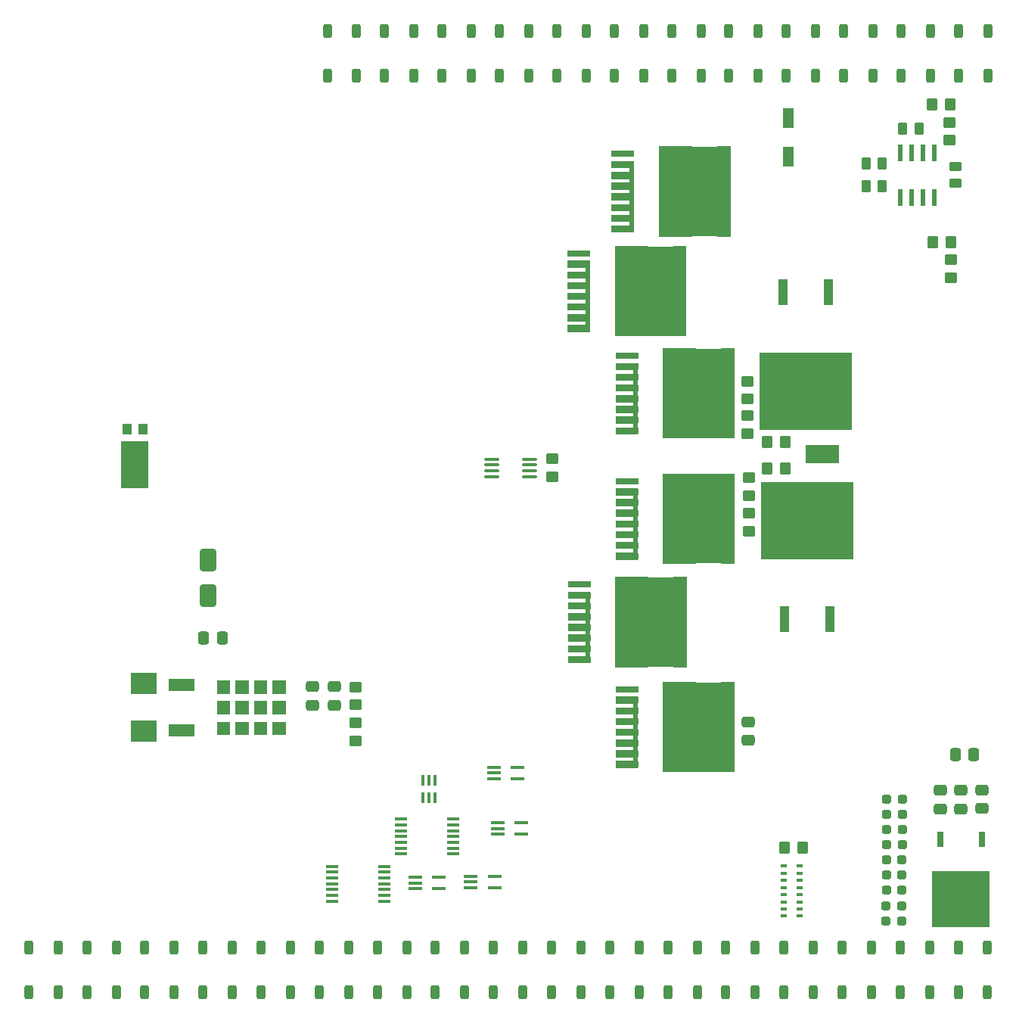
<source format=gbr>
%TF.GenerationSoftware,KiCad,Pcbnew,8.0.3*%
%TF.CreationDate,2025-06-05T22:32:43-07:00*%
%TF.ProjectId,Power_ManagementV2,506f7765-725f-44d6-916e-6167656d656e,rev?*%
%TF.SameCoordinates,Original*%
%TF.FileFunction,Paste,Top*%
%TF.FilePolarity,Positive*%
%FSLAX46Y46*%
G04 Gerber Fmt 4.6, Leading zero omitted, Abs format (unit mm)*
G04 Created by KiCad (PCBNEW 8.0.3) date 2025-06-05 22:32:43*
%MOMM*%
%LPD*%
G01*
G04 APERTURE LIST*
G04 Aperture macros list*
%AMRoundRect*
0 Rectangle with rounded corners*
0 $1 Rounding radius*
0 $2 $3 $4 $5 $6 $7 $8 $9 X,Y pos of 4 corners*
0 Add a 4 corners polygon primitive as box body*
4,1,4,$2,$3,$4,$5,$6,$7,$8,$9,$2,$3,0*
0 Add four circle primitives for the rounded corners*
1,1,$1+$1,$2,$3*
1,1,$1+$1,$4,$5*
1,1,$1+$1,$6,$7*
1,1,$1+$1,$8,$9*
0 Add four rect primitives between the rounded corners*
20,1,$1+$1,$2,$3,$4,$5,0*
20,1,$1+$1,$4,$5,$6,$7,0*
20,1,$1+$1,$6,$7,$8,$9,0*
20,1,$1+$1,$8,$9,$2,$3,0*%
G04 Aperture macros list end*
%ADD10C,0.000000*%
%ADD11C,0.010000*%
%ADD12RoundRect,0.250000X-0.250000X0.550000X-0.250000X-0.550000X0.250000X-0.550000X0.250000X0.550000X0*%
%ADD13RoundRect,0.100000X-0.650000X-0.100000X0.650000X-0.100000X0.650000X0.100000X-0.650000X0.100000X0*%
%ADD14R,0.990600X1.143000*%
%ADD15R,3.098800X5.207000*%
%ADD16RoundRect,0.250000X-0.262500X-0.450000X0.262500X-0.450000X0.262500X0.450000X-0.262500X0.450000X0*%
%ADD17RoundRect,0.250000X0.250000X-0.550000X0.250000X0.550000X-0.250000X0.550000X-0.250000X-0.550000X0*%
%ADD18RoundRect,0.237500X-0.287500X-0.237500X0.287500X-0.237500X0.287500X0.237500X-0.287500X0.237500X0*%
%ADD19RoundRect,0.250000X0.475000X-0.337500X0.475000X0.337500X-0.475000X0.337500X-0.475000X-0.337500X0*%
%ADD20RoundRect,0.250000X0.350000X0.450000X-0.350000X0.450000X-0.350000X-0.450000X0.350000X-0.450000X0*%
%ADD21RoundRect,0.250000X-0.450000X0.350000X-0.450000X-0.350000X0.450000X-0.350000X0.450000X0.350000X0*%
%ADD22RoundRect,0.250000X-0.337500X-0.475000X0.337500X-0.475000X0.337500X0.475000X-0.337500X0.475000X0*%
%ADD23RoundRect,0.250000X0.450000X-0.350000X0.450000X0.350000X-0.450000X0.350000X-0.450000X-0.350000X0*%
%ADD24R,2.500000X0.800000*%
%ADD25R,7.999995X10.100005*%
%ADD26RoundRect,0.250000X-0.350000X-0.450000X0.350000X-0.450000X0.350000X0.450000X-0.350000X0.450000X0*%
%ADD27R,1.168400X2.209800*%
%ADD28RoundRect,0.250000X-0.475000X0.337500X-0.475000X-0.337500X0.475000X-0.337500X0.475000X0.337500X0*%
%ADD29RoundRect,0.250000X0.262500X0.450000X-0.262500X0.450000X-0.262500X-0.450000X0.262500X-0.450000X0*%
%ADD30R,0.711200X1.701800*%
%ADD31R,6.553200X6.223000*%
%ADD32R,0.990600X2.997200*%
%ADD33R,10.337800X8.712200*%
%ADD34RoundRect,0.100000X-0.712500X-0.100000X0.712500X-0.100000X0.712500X0.100000X-0.712500X0.100000X0*%
%ADD35R,1.460500X0.355600*%
%ADD36R,0.355600X1.168400*%
%ADD37R,3.800000X2.000000*%
%ADD38R,1.473200X0.355600*%
%ADD39R,0.711200X0.457200*%
%ADD40R,2.990000X1.340000*%
%ADD41R,0.533400X1.981200*%
%ADD42RoundRect,0.250000X0.650000X-1.000000X0.650000X1.000000X-0.650000X1.000000X-0.650000X-1.000000X0*%
%ADD43RoundRect,0.250000X-0.450000X0.262500X-0.450000X-0.262500X0.450000X-0.262500X0.450000X0.262500X0*%
%ADD44R,3.000000X2.475000*%
G04 APERTURE END LIST*
D10*
%TO.C,Q3*%
G36*
X230490703Y-88526397D02*
G01*
X233290698Y-88526397D01*
X233290702Y-87676398D01*
X234790699Y-87676398D01*
X234790699Y-97776404D01*
X233290702Y-97776404D01*
X233290698Y-96926405D01*
X230490703Y-96926405D01*
X230490697Y-97776404D01*
X226790704Y-97776404D01*
X226790704Y-87676398D01*
X230490697Y-87676398D01*
X230490703Y-88526397D01*
G37*
G36*
X223990701Y-97326400D02*
G01*
X221490701Y-97326400D01*
X221490701Y-96526400D01*
X223490700Y-96526402D01*
X223490700Y-96126402D01*
X221490701Y-96126400D01*
X221490701Y-95326402D01*
X223490700Y-95326402D01*
X223490700Y-94926402D01*
X221490701Y-94926402D01*
X221490701Y-94126403D01*
X223490700Y-94126402D01*
X223490700Y-93726402D01*
X221490701Y-93726402D01*
X221490701Y-92926402D01*
X223490700Y-92926402D01*
X223490700Y-92526402D01*
X221490701Y-92526402D01*
X221490701Y-91726402D01*
X223490700Y-91726402D01*
X223490700Y-91326402D01*
X221490701Y-91326402D01*
X221490701Y-90526402D01*
X223490700Y-90526402D01*
X223490700Y-90126402D01*
X221490701Y-90126402D01*
X221490701Y-89326402D01*
X223990701Y-89326402D01*
X223990701Y-97326400D01*
G37*
%TO.C,Q4*%
G36*
X230490703Y-102539795D02*
G01*
X233290698Y-102539795D01*
X233290702Y-101689796D01*
X234790699Y-101689796D01*
X234790699Y-111789802D01*
X233290702Y-111789802D01*
X233290698Y-110939803D01*
X230490703Y-110939803D01*
X230490697Y-111789802D01*
X226790704Y-111789802D01*
X226790704Y-101689796D01*
X230490697Y-101689796D01*
X230490703Y-102539795D01*
G37*
G36*
X223990701Y-111339798D02*
G01*
X221490701Y-111339798D01*
X221490701Y-110539798D01*
X223490700Y-110539800D01*
X223490700Y-110139800D01*
X221490701Y-110139798D01*
X221490701Y-109339800D01*
X223490700Y-109339800D01*
X223490700Y-108939800D01*
X221490701Y-108939800D01*
X221490701Y-108139801D01*
X223490700Y-108139800D01*
X223490700Y-107739800D01*
X221490701Y-107739800D01*
X221490701Y-106939800D01*
X223490700Y-106939800D01*
X223490700Y-106539800D01*
X221490701Y-106539800D01*
X221490701Y-105739800D01*
X223490700Y-105739800D01*
X223490700Y-105339800D01*
X221490701Y-105339800D01*
X221490701Y-104539800D01*
X223490700Y-104539800D01*
X223490700Y-104139800D01*
X221490701Y-104139800D01*
X221490701Y-103339800D01*
X223990701Y-103339800D01*
X223990701Y-111339798D01*
G37*
%TO.C,Q1*%
G36*
X230033503Y-65954796D02*
G01*
X232833498Y-65954796D01*
X232833502Y-65104797D01*
X234333499Y-65104797D01*
X234333499Y-75204803D01*
X232833502Y-75204803D01*
X232833498Y-74354804D01*
X230033503Y-74354804D01*
X230033497Y-75204803D01*
X226333504Y-75204803D01*
X226333504Y-65104797D01*
X230033497Y-65104797D01*
X230033503Y-65954796D01*
G37*
G36*
X223533501Y-74754799D02*
G01*
X221033501Y-74754799D01*
X221033501Y-73954799D01*
X223033500Y-73954801D01*
X223033500Y-73554801D01*
X221033501Y-73554799D01*
X221033501Y-72754801D01*
X223033500Y-72754801D01*
X223033500Y-72354801D01*
X221033501Y-72354801D01*
X221033501Y-71554802D01*
X223033500Y-71554801D01*
X223033500Y-71154801D01*
X221033501Y-71154801D01*
X221033501Y-70354801D01*
X223033500Y-70354801D01*
X223033500Y-69954801D01*
X221033501Y-69954801D01*
X221033501Y-69154801D01*
X223033500Y-69154801D01*
X223033500Y-68754801D01*
X221033501Y-68754801D01*
X221033501Y-67954801D01*
X223033500Y-67954801D01*
X223033500Y-67554801D01*
X221033501Y-67554801D01*
X221033501Y-66754801D01*
X223533501Y-66754801D01*
X223533501Y-74754799D01*
G37*
%TO.C,Q2*%
G36*
X225105903Y-77079996D02*
G01*
X227905898Y-77079996D01*
X227905902Y-76229997D01*
X229405899Y-76229997D01*
X229405899Y-86330003D01*
X227905902Y-86330003D01*
X227905898Y-85480004D01*
X225105903Y-85480004D01*
X225105897Y-86330003D01*
X221405904Y-86330003D01*
X221405904Y-76229997D01*
X225105897Y-76229997D01*
X225105903Y-77079996D01*
G37*
G36*
X218605901Y-85879999D02*
G01*
X216105901Y-85879999D01*
X216105901Y-85079999D01*
X218105900Y-85080001D01*
X218105900Y-84680001D01*
X216105901Y-84679999D01*
X216105901Y-83880001D01*
X218105900Y-83880001D01*
X218105900Y-83480001D01*
X216105901Y-83480001D01*
X216105901Y-82680002D01*
X218105900Y-82680001D01*
X218105900Y-82280001D01*
X216105901Y-82280001D01*
X216105901Y-81480001D01*
X218105900Y-81480001D01*
X218105900Y-81080001D01*
X216105901Y-81080001D01*
X216105901Y-80280001D01*
X218105900Y-80280001D01*
X218105900Y-79880001D01*
X216105901Y-79880001D01*
X216105901Y-79080001D01*
X218105900Y-79080001D01*
X218105900Y-78680001D01*
X216105901Y-78680001D01*
X216105901Y-77880001D01*
X218605901Y-77880001D01*
X218605901Y-85879999D01*
G37*
%TO.C,Q5*%
G36*
X225148602Y-114115995D02*
G01*
X227948597Y-114115995D01*
X227948601Y-113265996D01*
X229448598Y-113265996D01*
X229448598Y-123366002D01*
X227948601Y-123366002D01*
X227948597Y-122516003D01*
X225148602Y-122516003D01*
X225148596Y-123366002D01*
X221448603Y-123366002D01*
X221448603Y-113265996D01*
X225148596Y-113265996D01*
X225148602Y-114115995D01*
G37*
G36*
X218648600Y-122915998D02*
G01*
X216148600Y-122915998D01*
X216148600Y-122115998D01*
X218148599Y-122116000D01*
X218148599Y-121716000D01*
X216148600Y-121715998D01*
X216148600Y-120916000D01*
X218148599Y-120916000D01*
X218148599Y-120516000D01*
X216148600Y-120516000D01*
X216148600Y-119716001D01*
X218148599Y-119716000D01*
X218148599Y-119316000D01*
X216148600Y-119316000D01*
X216148600Y-118516000D01*
X218148599Y-118516000D01*
X218148599Y-118116000D01*
X216148600Y-118116000D01*
X216148600Y-117316000D01*
X218148599Y-117316000D01*
X218148599Y-116916000D01*
X216148600Y-116916000D01*
X216148600Y-116116000D01*
X218148599Y-116116000D01*
X218148599Y-115716000D01*
X216148600Y-115716000D01*
X216148600Y-114916000D01*
X218648600Y-114916000D01*
X218648600Y-122915998D01*
G37*
%TO.C,Q6*%
G36*
X230490703Y-125850795D02*
G01*
X233290698Y-125850795D01*
X233290702Y-125000796D01*
X234790699Y-125000796D01*
X234790699Y-135100802D01*
X233290702Y-135100802D01*
X233290698Y-134250803D01*
X230490703Y-134250803D01*
X230490697Y-135100802D01*
X226790704Y-135100802D01*
X226790704Y-125000796D01*
X230490697Y-125000796D01*
X230490703Y-125850795D01*
G37*
G36*
X223990701Y-134650798D02*
G01*
X221490701Y-134650798D01*
X221490701Y-133850798D01*
X223490700Y-133850800D01*
X223490700Y-133450800D01*
X221490701Y-133450798D01*
X221490701Y-132650800D01*
X223490700Y-132650800D01*
X223490700Y-132250800D01*
X221490701Y-132250800D01*
X221490701Y-131450801D01*
X223490700Y-131450800D01*
X223490700Y-131050800D01*
X221490701Y-131050800D01*
X221490701Y-130250800D01*
X223490700Y-130250800D01*
X223490700Y-129850800D01*
X221490701Y-129850800D01*
X221490701Y-129050800D01*
X223490700Y-129050800D01*
X223490700Y-128650800D01*
X221490701Y-128650800D01*
X221490701Y-127850800D01*
X223490700Y-127850800D01*
X223490700Y-127450800D01*
X221490701Y-127450800D01*
X221490701Y-126650800D01*
X223990701Y-126650800D01*
X223990701Y-134650798D01*
G37*
D11*
%TO.C,R14*%
X178252500Y-126240000D02*
X176872500Y-126240000D01*
X176872500Y-124860000D01*
X178252500Y-124860000D01*
X178252500Y-126240000D01*
G36*
X178252500Y-126240000D02*
G01*
X176872500Y-126240000D01*
X176872500Y-124860000D01*
X178252500Y-124860000D01*
X178252500Y-126240000D01*
G37*
X178252500Y-128540000D02*
X176872500Y-128540000D01*
X176872500Y-127160000D01*
X178252500Y-127160000D01*
X178252500Y-128540000D01*
G36*
X178252500Y-128540000D02*
G01*
X176872500Y-128540000D01*
X176872500Y-127160000D01*
X178252500Y-127160000D01*
X178252500Y-128540000D01*
G37*
X178252500Y-130840000D02*
X176872500Y-130840000D01*
X176872500Y-129460000D01*
X178252500Y-129460000D01*
X178252500Y-130840000D01*
G36*
X178252500Y-130840000D02*
G01*
X176872500Y-130840000D01*
X176872500Y-129460000D01*
X178252500Y-129460000D01*
X178252500Y-130840000D01*
G37*
X180322500Y-126240000D02*
X178942500Y-126240000D01*
X178942500Y-124860000D01*
X180322500Y-124860000D01*
X180322500Y-126240000D01*
G36*
X180322500Y-126240000D02*
G01*
X178942500Y-126240000D01*
X178942500Y-124860000D01*
X180322500Y-124860000D01*
X180322500Y-126240000D01*
G37*
X180322500Y-128540000D02*
X178942500Y-128540000D01*
X178942500Y-127160000D01*
X180322500Y-127160000D01*
X180322500Y-128540000D01*
G36*
X180322500Y-128540000D02*
G01*
X178942500Y-128540000D01*
X178942500Y-127160000D01*
X180322500Y-127160000D01*
X180322500Y-128540000D01*
G37*
X180322500Y-130840000D02*
X178942500Y-130840000D01*
X178942500Y-129460000D01*
X180322500Y-129460000D01*
X180322500Y-130840000D01*
G36*
X180322500Y-130840000D02*
G01*
X178942500Y-130840000D01*
X178942500Y-129460000D01*
X180322500Y-129460000D01*
X180322500Y-130840000D01*
G37*
X182392500Y-126240000D02*
X181012500Y-126240000D01*
X181012500Y-124860000D01*
X182392500Y-124860000D01*
X182392500Y-126240000D01*
G36*
X182392500Y-126240000D02*
G01*
X181012500Y-126240000D01*
X181012500Y-124860000D01*
X182392500Y-124860000D01*
X182392500Y-126240000D01*
G37*
X182392500Y-128540000D02*
X181012500Y-128540000D01*
X181012500Y-127160000D01*
X182392500Y-127160000D01*
X182392500Y-128540000D01*
G36*
X182392500Y-128540000D02*
G01*
X181012500Y-128540000D01*
X181012500Y-127160000D01*
X182392500Y-127160000D01*
X182392500Y-128540000D01*
G37*
X182392500Y-130840000D02*
X181012500Y-130840000D01*
X181012500Y-129460000D01*
X182392500Y-129460000D01*
X182392500Y-130840000D01*
G36*
X182392500Y-130840000D02*
G01*
X181012500Y-130840000D01*
X181012500Y-129460000D01*
X182392500Y-129460000D01*
X182392500Y-130840000D01*
G37*
X184462500Y-126240000D02*
X183082500Y-126240000D01*
X183082500Y-124860000D01*
X184462500Y-124860000D01*
X184462500Y-126240000D01*
G36*
X184462500Y-126240000D02*
G01*
X183082500Y-126240000D01*
X183082500Y-124860000D01*
X184462500Y-124860000D01*
X184462500Y-126240000D01*
G37*
X184462500Y-128540000D02*
X183082500Y-128540000D01*
X183082500Y-127160000D01*
X184462500Y-127160000D01*
X184462500Y-128540000D01*
G36*
X184462500Y-128540000D02*
G01*
X183082500Y-128540000D01*
X183082500Y-127160000D01*
X184462500Y-127160000D01*
X184462500Y-128540000D01*
G37*
X184462500Y-130840000D02*
X183082500Y-130840000D01*
X183082500Y-129460000D01*
X184462500Y-129460000D01*
X184462500Y-130840000D01*
G36*
X184462500Y-130840000D02*
G01*
X183082500Y-130840000D01*
X183082500Y-129460000D01*
X184462500Y-129460000D01*
X184462500Y-130840000D01*
G37*
%TD*%
D12*
%TO.C,LED18*%
X263139322Y-52200000D03*
X259839322Y-52200000D03*
X263139322Y-57200000D03*
X259839322Y-57200000D03*
%TD*%
D13*
%TO.C,U9*%
X205270000Y-146750000D03*
X205270000Y-147400000D03*
X205270000Y-148050000D03*
X207930000Y-148050000D03*
X207930000Y-146750000D03*
%TD*%
D14*
%TO.C,CR1*%
X168616402Y-96723200D03*
X166776400Y-96723200D03*
D15*
X167696401Y-100711000D03*
%TD*%
D16*
%TO.C,R5*%
X249485900Y-67002400D03*
X251310900Y-67002400D03*
%TD*%
D17*
%TO.C,LED1*%
X155793000Y-159750000D03*
X159093000Y-159750000D03*
X155793000Y-154750000D03*
X159093000Y-154750000D03*
%TD*%
D18*
%TO.C,D13*%
X251747400Y-150048200D03*
X253497400Y-150048200D03*
%TD*%
D19*
%TO.C,C6*%
X260148599Y-139211500D03*
X260148599Y-137136500D03*
%TD*%
D17*
%TO.C,LED5*%
X181798600Y-159750000D03*
X185098600Y-159750000D03*
X181798600Y-154750000D03*
X185098600Y-154750000D03*
%TD*%
D20*
%TO.C,R19*%
X242400000Y-143520400D03*
X240400000Y-143520400D03*
%TD*%
D13*
%TO.C,U12*%
X207870000Y-134550000D03*
X207870000Y-135200000D03*
X207870000Y-135850000D03*
X210530000Y-135850000D03*
X210530000Y-134550000D03*
%TD*%
D21*
%TO.C,R12*%
X259000000Y-77800000D03*
X259000000Y-79800000D03*
%TD*%
%TO.C,R13*%
X192350000Y-125575000D03*
X192350000Y-127575000D03*
%TD*%
D22*
%TO.C,C2*%
X259515700Y-133096000D03*
X261590700Y-133096000D03*
%TD*%
D17*
%TO.C,LED6*%
X188300000Y-159750000D03*
X191600000Y-159750000D03*
X188300000Y-154750000D03*
X191600000Y-154750000D03*
%TD*%
D23*
%TO.C,R1*%
X236220000Y-93370400D03*
X236220000Y-91370400D03*
%TD*%
D12*
%TO.C,LED28*%
X198924934Y-52200000D03*
X195624934Y-52200000D03*
X198924934Y-57200000D03*
X195624934Y-57200000D03*
%TD*%
D24*
%TO.C,Q3*%
X222740701Y-88526402D03*
X222740701Y-89726402D03*
X222740701Y-90926402D03*
X222740701Y-92126402D03*
X222740701Y-93326402D03*
X222740701Y-94526402D03*
X222740701Y-95726400D03*
X222740701Y-96926400D03*
D25*
X230790701Y-92726401D03*
%TD*%
D17*
%TO.C,LED10*%
X214305600Y-159750000D03*
X217605600Y-159750000D03*
X214305600Y-154750000D03*
X217605600Y-154750000D03*
%TD*%
D24*
%TO.C,Q4*%
X222740701Y-102539800D03*
X222740701Y-103739800D03*
X222740701Y-104939800D03*
X222740701Y-106139800D03*
X222740701Y-107339800D03*
X222740701Y-108539800D03*
X222740701Y-109739798D03*
X222740701Y-110939798D03*
D25*
X230790701Y-106739799D03*
%TD*%
D26*
%TO.C,R9*%
X256900000Y-60450000D03*
X258900000Y-60450000D03*
%TD*%
D17*
%TO.C,LED7*%
X194801400Y-159750000D03*
X198101400Y-159750000D03*
X194801400Y-154750000D03*
X198101400Y-154750000D03*
%TD*%
D19*
%TO.C,C4*%
X262459999Y-139186100D03*
X262459999Y-137111100D03*
%TD*%
D27*
%TO.C,C1*%
X240800000Y-61900000D03*
X240800000Y-66218000D03*
%TD*%
D17*
%TO.C,LED15*%
X246812600Y-159750000D03*
X250112600Y-159750000D03*
X246812600Y-154750000D03*
X250112600Y-154750000D03*
%TD*%
D28*
%TO.C,C8*%
X187550000Y-125525000D03*
X187550000Y-127600000D03*
%TD*%
%TO.C,C9*%
X190025000Y-125537500D03*
X190025000Y-127612500D03*
%TD*%
D29*
%TO.C,TH2*%
X255425700Y-63090800D03*
X253600700Y-63090800D03*
%TD*%
D17*
%TO.C,LED17*%
X259815400Y-159750000D03*
X263115400Y-159750000D03*
X259815400Y-154750000D03*
X263115400Y-154750000D03*
%TD*%
%TO.C,LED4*%
X175297200Y-159750000D03*
X178597200Y-159750000D03*
X175297200Y-154750000D03*
X178597200Y-154750000D03*
%TD*%
D18*
%TO.C,D5*%
X251803400Y-139837400D03*
X253553400Y-139837400D03*
%TD*%
D24*
%TO.C,Q1*%
X222283501Y-65954801D03*
X222283501Y-67154801D03*
X222283501Y-68354801D03*
X222283501Y-69554801D03*
X222283501Y-70754801D03*
X222283501Y-71954801D03*
X222283501Y-73154799D03*
X222283501Y-74354799D03*
D25*
X230333501Y-70154800D03*
%TD*%
D21*
%TO.C,R7*%
X236372400Y-102190800D03*
X236372400Y-104190800D03*
%TD*%
D17*
%TO.C,LED16*%
X253314000Y-159750000D03*
X256614000Y-159750000D03*
X253314000Y-154750000D03*
X256614000Y-154750000D03*
%TD*%
D30*
%TO.C,U4*%
X262450001Y-142593600D03*
D31*
X260150000Y-149350000D03*
D30*
X257849999Y-142593600D03*
%TD*%
D32*
%TO.C,U2*%
X240385600Y-117983000D03*
D33*
X242925600Y-106972100D03*
D32*
X245465600Y-117983000D03*
%TD*%
D17*
%TO.C,LED3*%
X168795800Y-159750000D03*
X172095800Y-159750000D03*
X168795800Y-154750000D03*
X172095800Y-154750000D03*
%TD*%
D26*
%TO.C,R10*%
X257000000Y-75800000D03*
X259000000Y-75800000D03*
%TD*%
D34*
%TO.C,U14*%
X207612500Y-100100000D03*
X207612500Y-100750000D03*
X207612500Y-101400000D03*
X207612500Y-102050000D03*
X211837500Y-102050000D03*
X211837500Y-101400000D03*
X211837500Y-100750000D03*
X211837500Y-100100000D03*
%TD*%
D18*
%TO.C,D6*%
X251800800Y-141488400D03*
X253550800Y-141488400D03*
%TD*%
D17*
%TO.C,LED8*%
X201302800Y-159750000D03*
X204602800Y-159750000D03*
X201302800Y-154750000D03*
X204602800Y-154750000D03*
%TD*%
D12*
%TO.C,LED20*%
X250296438Y-52200000D03*
X246996438Y-52200000D03*
X250296438Y-57200000D03*
X246996438Y-57200000D03*
%TD*%
D32*
%TO.C,U1*%
X245313200Y-81445100D03*
D33*
X242773200Y-92456000D03*
D32*
X240233200Y-81445100D03*
%TD*%
D17*
%TO.C,LED2*%
X162294400Y-159750000D03*
X165594400Y-159750000D03*
X162294400Y-154750000D03*
X165594400Y-154750000D03*
%TD*%
D20*
%TO.C,R8*%
X240436400Y-101142800D03*
X238436400Y-101142800D03*
%TD*%
D17*
%TO.C,LED12*%
X227308400Y-159750000D03*
X230608400Y-159750000D03*
X227308400Y-154750000D03*
X230608400Y-154750000D03*
%TD*%
D35*
%TO.C,U7*%
X189772650Y-145649999D03*
X189772650Y-146300000D03*
X189772650Y-146950001D03*
X189772650Y-147600000D03*
X189772650Y-148249999D03*
X189772650Y-148900000D03*
X189772650Y-149549999D03*
X195627350Y-149550001D03*
X195627350Y-148900000D03*
X195627350Y-148250001D03*
X195627350Y-147600000D03*
X195627350Y-146950001D03*
X195627350Y-146300000D03*
X195627350Y-145650001D03*
%TD*%
D22*
%TO.C,C7*%
X175369400Y-120091200D03*
X177444400Y-120091200D03*
%TD*%
D17*
%TO.C,LED9*%
X207804200Y-159750000D03*
X211104200Y-159750000D03*
X207804200Y-154750000D03*
X211104200Y-154750000D03*
%TD*%
D36*
%TO.C,U11*%
X201249999Y-136022100D03*
X200600000Y-136022100D03*
X199950001Y-136022100D03*
X199950001Y-137977900D03*
X200600000Y-137977900D03*
X201249999Y-137977900D03*
%TD*%
D12*
%TO.C,LED29*%
X192503496Y-52200000D03*
X189203496Y-52200000D03*
X192503496Y-57200000D03*
X189203496Y-57200000D03*
%TD*%
D37*
%TO.C,TP1*%
X244650000Y-99500000D03*
%TD*%
D38*
%TO.C,U15*%
X203321000Y-144250720D03*
X203321000Y-143600480D03*
X203321000Y-142950240D03*
X203321000Y-142300000D03*
X203321000Y-141649760D03*
X203321000Y-140999520D03*
X203321000Y-140349280D03*
X197479000Y-140349280D03*
X197479000Y-140999520D03*
X197479000Y-141649760D03*
X197479000Y-142300000D03*
X197479000Y-142950240D03*
X197479000Y-143600480D03*
X197479000Y-144250720D03*
%TD*%
D19*
%TO.C,C5*%
X257799199Y-139233000D03*
X257799199Y-137158000D03*
%TD*%
D12*
%TO.C,LED27*%
X205346372Y-52200000D03*
X202046372Y-52200000D03*
X205346372Y-57200000D03*
X202046372Y-57200000D03*
%TD*%
D18*
%TO.C,D8*%
X251789400Y-144892000D03*
X253539400Y-144892000D03*
%TD*%
D21*
%TO.C,R2*%
X236220000Y-95231200D03*
X236220000Y-97231200D03*
%TD*%
D13*
%TO.C,U8*%
X199070000Y-146850000D03*
X199070000Y-147500000D03*
X199070000Y-148150000D03*
X201730000Y-148150000D03*
X201730000Y-146850000D03*
%TD*%
D24*
%TO.C,Q2*%
X217355901Y-77080001D03*
X217355901Y-78280001D03*
X217355901Y-79480001D03*
X217355901Y-80680001D03*
X217355901Y-81880001D03*
X217355901Y-83080001D03*
X217355901Y-84279999D03*
X217355901Y-85479999D03*
D25*
X225405901Y-81280000D03*
%TD*%
D28*
%TO.C,C3*%
X236321600Y-129467700D03*
X236321600Y-131542700D03*
%TD*%
D12*
%TO.C,LED21*%
X243875000Y-52200000D03*
X240575000Y-52200000D03*
X243875000Y-57200000D03*
X240575000Y-57200000D03*
%TD*%
%TO.C,LED22*%
X237453562Y-52200000D03*
X234153562Y-52200000D03*
X237453562Y-57200000D03*
X234153562Y-57200000D03*
%TD*%
D39*
%TO.C,R21*%
X242087400Y-151205999D03*
X242087400Y-150405999D03*
X242087400Y-149606000D03*
X242087400Y-148805999D03*
X242087400Y-148006001D03*
X242087400Y-147206000D03*
X242087400Y-146405999D03*
X242087400Y-145606001D03*
X240284000Y-145606001D03*
X240284000Y-146406001D03*
X240284000Y-147206000D03*
X240284000Y-148006001D03*
X240284000Y-148805999D03*
X240284000Y-149606000D03*
X240284000Y-150406001D03*
X240284000Y-151205999D03*
%TD*%
D16*
%TO.C,R4*%
X249485900Y-69542400D03*
X251310900Y-69542400D03*
%TD*%
D24*
%TO.C,Q5*%
X217398600Y-114116000D03*
X217398600Y-115316000D03*
X217398600Y-116516000D03*
X217398600Y-117716000D03*
X217398600Y-118916000D03*
X217398600Y-120116000D03*
X217398600Y-121315998D03*
X217398600Y-122515998D03*
D25*
X225448600Y-118315999D03*
%TD*%
D21*
%TO.C,R15*%
X192350000Y-129575000D03*
X192350000Y-131575000D03*
%TD*%
D18*
%TO.C,D7*%
X251803400Y-138161000D03*
X253553400Y-138161000D03*
%TD*%
%TO.C,D12*%
X251750000Y-151750000D03*
X253500000Y-151750000D03*
%TD*%
%TO.C,D11*%
X251772800Y-148321000D03*
X253522800Y-148321000D03*
%TD*%
D23*
%TO.C,R6*%
X236372400Y-108137200D03*
X236372400Y-106137200D03*
%TD*%
D24*
%TO.C,Q6*%
X222740701Y-125850800D03*
X222740701Y-127050800D03*
X222740701Y-128250800D03*
X222740701Y-129450800D03*
X222740701Y-130650800D03*
X222740701Y-131850800D03*
X222740701Y-133050798D03*
X222740701Y-134250798D03*
D25*
X230790701Y-130050799D03*
%TD*%
D40*
%TO.C,R14*%
X172907500Y-125310000D03*
X172907500Y-130390000D03*
%TD*%
D20*
%TO.C,R3*%
X240455200Y-98196400D03*
X238455200Y-98196400D03*
%TD*%
D41*
%TO.C,U3*%
X253299080Y-70787000D03*
X254569080Y-70787000D03*
X255839080Y-70787000D03*
X257109080Y-70787000D03*
X257109080Y-65859400D03*
X255839080Y-65859400D03*
X254569080Y-65859400D03*
X253299080Y-65859400D03*
%TD*%
D12*
%TO.C,LED25*%
X218189248Y-52200000D03*
X214889248Y-52200000D03*
X218189248Y-57200000D03*
X214889248Y-57200000D03*
%TD*%
D42*
%TO.C,D3*%
X175900000Y-115375000D03*
X175900000Y-111375000D03*
%TD*%
D12*
%TO.C,LED23*%
X231032124Y-52200000D03*
X227732124Y-52200000D03*
X231032124Y-57200000D03*
X227732124Y-57200000D03*
%TD*%
D17*
%TO.C,LED13*%
X233809800Y-159750000D03*
X237109800Y-159750000D03*
X233809800Y-154750000D03*
X237109800Y-154750000D03*
%TD*%
D18*
%TO.C,D4*%
X251803400Y-143215600D03*
X253553400Y-143215600D03*
%TD*%
D12*
%TO.C,LED19*%
X256717876Y-52200000D03*
X253417876Y-52200000D03*
X256717876Y-57200000D03*
X253417876Y-57200000D03*
%TD*%
D21*
%TO.C,R11*%
X258850000Y-62400000D03*
X258850000Y-64400000D03*
%TD*%
D17*
%TO.C,LED11*%
X220807000Y-159750000D03*
X224107000Y-159750000D03*
X220807000Y-154750000D03*
X224107000Y-154750000D03*
%TD*%
D18*
%TO.C,D10*%
X251772800Y-146593800D03*
X253522800Y-146593800D03*
%TD*%
D43*
%TO.C,TH1*%
X259517000Y-67387200D03*
X259517000Y-69212200D03*
%TD*%
D13*
%TO.C,U13*%
X208270000Y-140750000D03*
X208270000Y-141400000D03*
X208270000Y-142050000D03*
X210930000Y-142050000D03*
X210930000Y-140750000D03*
%TD*%
D44*
%TO.C,JP12*%
X168675000Y-130537500D03*
X168675000Y-125162500D03*
%TD*%
D21*
%TO.C,R16*%
X214425000Y-100075000D03*
X214425000Y-102075000D03*
%TD*%
D17*
%TO.C,LED14*%
X240311200Y-159750000D03*
X243611200Y-159750000D03*
X240311200Y-154750000D03*
X243611200Y-154750000D03*
%TD*%
D12*
%TO.C,LED24*%
X224610686Y-52200000D03*
X221310686Y-52200000D03*
X224610686Y-57200000D03*
X221310686Y-57200000D03*
%TD*%
%TO.C,LED26*%
X211767810Y-52200000D03*
X208467810Y-52200000D03*
X211767810Y-57200000D03*
X208467810Y-57200000D03*
%TD*%
M02*

</source>
